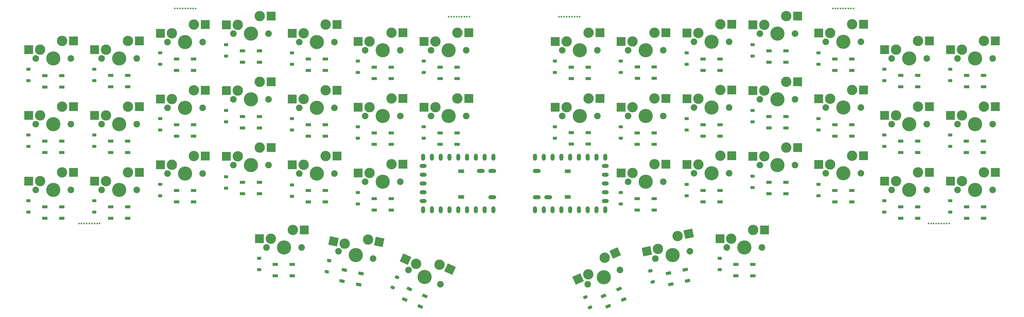
<source format=gbs>
%TF.GenerationSoftware,KiCad,Pcbnew,9.0.0*%
%TF.CreationDate,2025-03-23T14:50:22-06:00*%
%TF.ProjectId,travyboard,74726176-7962-46f6-9172-642e6b696361,rev?*%
%TF.SameCoordinates,Original*%
%TF.FileFunction,Soldermask,Bot*%
%TF.FilePolarity,Negative*%
%FSLAX46Y46*%
G04 Gerber Fmt 4.6, Leading zero omitted, Abs format (unit mm)*
G04 Created by KiCad (PCBNEW 9.0.0) date 2025-03-23 14:50:22*
%MOMM*%
%LPD*%
G01*
G04 APERTURE LIST*
G04 Aperture macros list*
%AMRoundRect*
0 Rectangle with rounded corners*
0 $1 Rounding radius*
0 $2 $3 $4 $5 $6 $7 $8 $9 X,Y pos of 4 corners*
0 Add a 4 corners polygon primitive as box body*
4,1,4,$2,$3,$4,$5,$6,$7,$8,$9,$2,$3,0*
0 Add four circle primitives for the rounded corners*
1,1,$1+$1,$2,$3*
1,1,$1+$1,$4,$5*
1,1,$1+$1,$6,$7*
1,1,$1+$1,$8,$9*
0 Add four rect primitives between the rounded corners*
20,1,$1+$1,$2,$3,$4,$5,0*
20,1,$1+$1,$4,$5,$6,$7,0*
20,1,$1+$1,$6,$7,$8,$9,0*
20,1,$1+$1,$8,$9,$2,$3,0*%
%AMRotRect*
0 Rectangle, with rotation*
0 The origin of the aperture is its center*
0 $1 length*
0 $2 width*
0 $3 Rotation angle, in degrees counterclockwise*
0 Add horizontal line*
21,1,$1,$2,0,0,$3*%
G04 Aperture macros list end*
%ADD10C,1.900000*%
%ADD11C,3.000000*%
%ADD12C,4.100000*%
%ADD13R,2.550000X2.500000*%
%ADD14RotRect,2.550000X2.500000X203.880000*%
%ADD15RotRect,2.550000X2.500000X191.940000*%
%ADD16RotRect,2.550000X2.500000X156.121000*%
%ADD17RotRect,2.550000X2.500000X168.061000*%
%ADD18C,0.500000*%
%ADD19O,1.200000X2.000000*%
%ADD20O,2.000000X1.200000*%
%ADD21RoundRect,0.225000X-0.375000X0.225000X-0.375000X-0.225000X0.375000X-0.225000X0.375000X0.225000X0*%
%ADD22RoundRect,0.225000X-0.413436X0.142549X-0.320337X-0.297715X0.413436X-0.142549X0.320337X0.297715X0*%
%ADD23R,1.500000X0.900000*%
%ADD24O,2.300000X1.150000*%
%ADD25R,1.700000X1.000000*%
%ADD26RoundRect,0.225000X-0.251813X0.357547X-0.433983X-0.053931X0.251813X-0.357547X0.433983X0.053931X0*%
%ADD27RotRect,1.500000X0.900000X156.120000*%
%ADD28RoundRect,0.225000X-0.320337X0.297715X-0.413436X-0.142549X0.320337X-0.297715X0.413436X0.142549X0*%
%ADD29RotRect,1.500000X0.900000X203.880000*%
%ADD30RotRect,1.500000X0.900000X191.940000*%
%ADD31RotRect,1.500000X0.900000X168.060000*%
%ADD32RoundRect,0.225000X-0.433983X0.053931X-0.251813X-0.357547X0.433983X-0.053931X0.251813X0.357547X0*%
G04 APERTURE END LIST*
D10*
%TO.C,SW32*%
X285100794Y-54738831D03*
D11*
X286370794Y-52198831D03*
D12*
X290180794Y-54738831D03*
D11*
X292720794Y-49658831D03*
D10*
X295260794Y-54738831D03*
D13*
X283095794Y-52198831D03*
X296022794Y-49658831D03*
%TD*%
D10*
%TO.C,SW28*%
X208900730Y-52357831D03*
D11*
X210170730Y-49817831D03*
D12*
X213980730Y-52357831D03*
D11*
X216520730Y-47277831D03*
D10*
X219060730Y-52357831D03*
D13*
X206895730Y-49817831D03*
X219822730Y-47277831D03*
%TD*%
D10*
%TO.C,SW26*%
X285100794Y-35688815D03*
D11*
X286370794Y-33148815D03*
D12*
X290180794Y-35688815D03*
D11*
X292720794Y-30608815D03*
D10*
X295260794Y-35688815D03*
D13*
X283095794Y-33148815D03*
X296022794Y-30608815D03*
%TD*%
D10*
%TO.C,SW40*%
X237475778Y-90457847D03*
D11*
X238745778Y-87917847D03*
D12*
X242555778Y-90457847D03*
D11*
X245095778Y-85377847D03*
D10*
X247635778Y-90457847D03*
D13*
X235470778Y-87917847D03*
X248397778Y-85377847D03*
%TD*%
D10*
%TO.C,SW38*%
X285100794Y-73788847D03*
D11*
X286370794Y-71248847D03*
D12*
X290180794Y-73788847D03*
D11*
X292720794Y-68708847D03*
D10*
X295260794Y-73788847D03*
D13*
X283095794Y-71248847D03*
X296022794Y-68708847D03*
%TD*%
D10*
%TO.C,SW29*%
X227950762Y-49975831D03*
D11*
X229220762Y-47435831D03*
D12*
X233030762Y-49975831D03*
D11*
X235570762Y-44895831D03*
D10*
X238110762Y-49975831D03*
D13*
X225945762Y-47435831D03*
X238872762Y-44895831D03*
%TD*%
D10*
%TO.C,SW30*%
X247000762Y-47594831D03*
D11*
X248270762Y-45054831D03*
D12*
X252080762Y-47594831D03*
D11*
X254620762Y-42514831D03*
D10*
X257160762Y-47594831D03*
D13*
X244995762Y-45054831D03*
X257922762Y-42514831D03*
%TD*%
D10*
%TO.C,SW39*%
X304150810Y-73788847D03*
D11*
X305420810Y-71248847D03*
D12*
X309230810Y-73788847D03*
D11*
X311770810Y-68708847D03*
D10*
X314310810Y-73788847D03*
D13*
X302145810Y-71248847D03*
X315072810Y-68708847D03*
%TD*%
D10*
%TO.C,SW42*%
X197244864Y-101158893D03*
D11*
X197377897Y-98322204D03*
D12*
X201889992Y-99102395D03*
D11*
X202156058Y-93429018D03*
D10*
X206535120Y-97045897D03*
D14*
X194383252Y-99647998D03*
X205175392Y-92092294D03*
%TD*%
D10*
%TO.C,SW37*%
X266050778Y-69025847D03*
D11*
X267320778Y-66485847D03*
D12*
X271130778Y-69025847D03*
D11*
X273670778Y-63945847D03*
D10*
X276210778Y-69025847D03*
D13*
X264045778Y-66485847D03*
X276972778Y-63945847D03*
%TD*%
D10*
%TO.C,SW31*%
X266050778Y-49975831D03*
D11*
X267320778Y-47435831D03*
D12*
X271130778Y-49975831D03*
D11*
X273670778Y-44895831D03*
D10*
X276210778Y-49975831D03*
D13*
X264045778Y-47435831D03*
X276972778Y-44895831D03*
%TD*%
D10*
%TO.C,SW35*%
X227950746Y-69025847D03*
D11*
X229220746Y-66485847D03*
D12*
X233030746Y-69025847D03*
D11*
X235570746Y-63945847D03*
D10*
X238110746Y-69025847D03*
D13*
X225945746Y-66485847D03*
X238872746Y-63945847D03*
%TD*%
D10*
%TO.C,SW34*%
X208900730Y-71407847D03*
D11*
X210170730Y-68867847D03*
D12*
X213980730Y-71407847D03*
D11*
X216520730Y-66327847D03*
D10*
X219060730Y-71407847D03*
D13*
X206895730Y-68867847D03*
X219822730Y-66327847D03*
%TD*%
D10*
%TO.C,SW25*%
X266050778Y-30925815D03*
D11*
X267320778Y-28385815D03*
D12*
X271130778Y-30925815D03*
D11*
X273670778Y-25845815D03*
D10*
X276210778Y-30925815D03*
D13*
X264045778Y-28385815D03*
X276972778Y-25845815D03*
%TD*%
D10*
%TO.C,SW41*%
X216800791Y-93704798D03*
D11*
X217517821Y-90957005D03*
D12*
X221770884Y-92653811D03*
D11*
X223204943Y-87158224D03*
D10*
X226740977Y-91602824D03*
D15*
X214313676Y-91634561D03*
X226435504Y-86475082D03*
%TD*%
D10*
%TO.C,SW49*%
X189850730Y-33307815D03*
D11*
X191120730Y-30767815D03*
D12*
X194930730Y-33307815D03*
D11*
X197470730Y-28227815D03*
D10*
X200010730Y-33307815D03*
D13*
X187845730Y-30767815D03*
X200772730Y-28227815D03*
%TD*%
D10*
%TO.C,SW33*%
X304150810Y-54738831D03*
D11*
X305420810Y-52198831D03*
D12*
X309230810Y-54738831D03*
D11*
X311770810Y-49658831D03*
D10*
X314310810Y-54738831D03*
D13*
X302145810Y-52198831D03*
X315072810Y-49658831D03*
%TD*%
D10*
%TO.C,SW50*%
X189850730Y-52357831D03*
D11*
X191120730Y-49817831D03*
D12*
X194930730Y-52357831D03*
D11*
X197470730Y-47277831D03*
D10*
X200010730Y-52357831D03*
D13*
X187845730Y-49817831D03*
X200772730Y-47277831D03*
%TD*%
D10*
%TO.C,SW24*%
X247000762Y-28544815D03*
D11*
X248270762Y-26004815D03*
D12*
X252080762Y-28544815D03*
D11*
X254620762Y-23464815D03*
D10*
X257160762Y-28544815D03*
D13*
X244995762Y-26004815D03*
X257922762Y-23464815D03*
%TD*%
D10*
%TO.C,SW23*%
X227950746Y-30925815D03*
D11*
X229220746Y-28385815D03*
D12*
X233030746Y-30925815D03*
D11*
X235570746Y-25845815D03*
D10*
X238110746Y-30925815D03*
D13*
X225945746Y-28385815D03*
X238872746Y-25845815D03*
%TD*%
D10*
%TO.C,SW36*%
X247000762Y-66644847D03*
D11*
X248270762Y-64104847D03*
D12*
X252080762Y-66644847D03*
D11*
X254620762Y-61564847D03*
D10*
X257160762Y-66644847D03*
D13*
X244995762Y-64104847D03*
X257922762Y-61564847D03*
%TD*%
D10*
%TO.C,SW22*%
X208900730Y-33307815D03*
D11*
X210170730Y-30767815D03*
D12*
X213980730Y-33307815D03*
D11*
X216520730Y-28227815D03*
D10*
X219060730Y-33307815D03*
D13*
X206895730Y-30767815D03*
X219822730Y-28227815D03*
%TD*%
D10*
%TO.C,SW27*%
X304150810Y-35688815D03*
D11*
X305420810Y-33148815D03*
D12*
X309230810Y-35688815D03*
D11*
X311770810Y-30608815D03*
D10*
X314310810Y-35688815D03*
D13*
X302145810Y-33148815D03*
X315072810Y-30608815D03*
%TD*%
D10*
%TO.C,SW17*%
X113823766Y-69029601D03*
D11*
X115093766Y-66489601D03*
D12*
X118903766Y-69029601D03*
D11*
X121443766Y-63949601D03*
D10*
X123983766Y-69029601D03*
D13*
X111818766Y-66489601D03*
X124745766Y-63949601D03*
%TD*%
D10*
%TO.C,SW1*%
X37623734Y-35692073D03*
D11*
X38893734Y-33152073D03*
D12*
X42703734Y-35692073D03*
D11*
X45243734Y-30612073D03*
D10*
X47783734Y-35692073D03*
D13*
X35618734Y-33152073D03*
X48545734Y-30612073D03*
%TD*%
D10*
%TO.C,SW2*%
X56673750Y-35692073D03*
D11*
X57943750Y-33152073D03*
D12*
X61753750Y-35692073D03*
D11*
X64293750Y-30612073D03*
D10*
X66833750Y-35692073D03*
D13*
X54668750Y-33152073D03*
X67595750Y-30612073D03*
%TD*%
D10*
%TO.C,SW13*%
X37623734Y-73792105D03*
D11*
X38893734Y-71252105D03*
D12*
X42703734Y-73792105D03*
D11*
X45243734Y-68712105D03*
D10*
X47783734Y-73792105D03*
D13*
X35618734Y-71252105D03*
X48545734Y-68712105D03*
%TD*%
D10*
%TO.C,SW15*%
X75723766Y-69029601D03*
D11*
X76993766Y-66489601D03*
D12*
X80803766Y-69029601D03*
D11*
X83343766Y-63949601D03*
D10*
X85883766Y-69029601D03*
D13*
X73718766Y-66489601D03*
X86645766Y-63949601D03*
%TD*%
D10*
%TO.C,SW46*%
X151923766Y-52360585D03*
D11*
X153193766Y-49820585D03*
D12*
X157003766Y-52360585D03*
D11*
X159543766Y-47280585D03*
D10*
X162083766Y-52360585D03*
D13*
X149918766Y-49820585D03*
X162845766Y-47280585D03*
%TD*%
D10*
%TO.C,SW19*%
X104298790Y-90460869D03*
D11*
X105568790Y-87920869D03*
D12*
X109378790Y-90460869D03*
D11*
X111918790Y-85380869D03*
D10*
X114458790Y-90460869D03*
D13*
X102293790Y-87920869D03*
X115220790Y-85380869D03*
%TD*%
D10*
%TO.C,SW4*%
X94773750Y-28548073D03*
D11*
X96043750Y-26008073D03*
D12*
X99853750Y-28548073D03*
D11*
X102393750Y-23468073D03*
D10*
X104933750Y-28548073D03*
D13*
X92768750Y-26008073D03*
X105695750Y-23468073D03*
%TD*%
D10*
%TO.C,SW6*%
X132873750Y-33310073D03*
D11*
X134143750Y-30770073D03*
D12*
X137953750Y-33310073D03*
D11*
X140493750Y-28230073D03*
D10*
X143033750Y-33310073D03*
D13*
X130868750Y-30770073D03*
X143795750Y-28230073D03*
%TD*%
D10*
%TO.C,SW5*%
X113823750Y-30929073D03*
D11*
X115093750Y-28389073D03*
D12*
X118903750Y-30929073D03*
D11*
X121443750Y-25849073D03*
D10*
X123983750Y-30929073D03*
D13*
X111818750Y-28389073D03*
X124745750Y-25849073D03*
%TD*%
D10*
%TO.C,SW9*%
X75723766Y-49979585D03*
D11*
X76993766Y-47439585D03*
D12*
X80803766Y-49979585D03*
D11*
X83343766Y-44899585D03*
D10*
X85883766Y-49979585D03*
D13*
X73718766Y-47439585D03*
X86645766Y-44899585D03*
%TD*%
D10*
%TO.C,SW16*%
X94773766Y-66648601D03*
D11*
X96043766Y-64108601D03*
D12*
X99853766Y-66648601D03*
D11*
X102393766Y-61568601D03*
D10*
X104933766Y-66648601D03*
D13*
X92768766Y-64108601D03*
X105695766Y-61568601D03*
%TD*%
D10*
%TO.C,SW7*%
X37623734Y-54742089D03*
D11*
X38893734Y-52202089D03*
D12*
X42703734Y-54742089D03*
D11*
X45243734Y-49662089D03*
D10*
X47783734Y-54742089D03*
D13*
X35618734Y-52202089D03*
X48545734Y-49662089D03*
%TD*%
D10*
%TO.C,SW12*%
X132873766Y-52360585D03*
D11*
X134143766Y-49820585D03*
D12*
X137953766Y-52360585D03*
D11*
X140493766Y-47280585D03*
D10*
X143033766Y-52360585D03*
D13*
X130868766Y-49820585D03*
X143795766Y-47280585D03*
%TD*%
D10*
%TO.C,SW21*%
X145380237Y-97019022D03*
D11*
X147569736Y-95210544D03*
D12*
X150025401Y-99075439D03*
D11*
X154404400Y-95458483D03*
D10*
X154670565Y-101131856D03*
D16*
X144575069Y-93884803D03*
X157423757Y-96795154D03*
%TD*%
D10*
%TO.C,SW14*%
X56673750Y-73792105D03*
D11*
X57943750Y-71252105D03*
D12*
X61753750Y-73792105D03*
D11*
X64293750Y-68712105D03*
D10*
X66833750Y-73792105D03*
D13*
X54668750Y-71252105D03*
X67595750Y-68712105D03*
%TD*%
D10*
%TO.C,SW11*%
X113823766Y-49979585D03*
D11*
X115093766Y-47439585D03*
D12*
X118903766Y-49979585D03*
D11*
X121443766Y-44899585D03*
D10*
X123983766Y-49979585D03*
D13*
X111818766Y-47439585D03*
X124745766Y-44899585D03*
%TD*%
D10*
%TO.C,SW18*%
X132873766Y-71410601D03*
D11*
X134143766Y-68870601D03*
D12*
X137953766Y-71410601D03*
D11*
X140493766Y-66330601D03*
D10*
X143033766Y-71410601D03*
D13*
X130868766Y-68870601D03*
X143795766Y-66330601D03*
%TD*%
D10*
%TO.C,SW10*%
X94773766Y-47598585D03*
D11*
X96043766Y-45058585D03*
D12*
X99853766Y-47598585D03*
D11*
X102393766Y-42518585D03*
D10*
X104933766Y-47598585D03*
D13*
X92768766Y-45058585D03*
X105695766Y-42518585D03*
%TD*%
D10*
%TO.C,SW45*%
X151923750Y-33310073D03*
D11*
X153193750Y-30770073D03*
D12*
X157003750Y-33310073D03*
D11*
X159543750Y-28230073D03*
D10*
X162083750Y-33310073D03*
D13*
X149918750Y-30770073D03*
X162845750Y-28230073D03*
%TD*%
D10*
%TO.C,SW3*%
X75723750Y-30929073D03*
D11*
X76993750Y-28389073D03*
D12*
X80803750Y-30929073D03*
D11*
X83343750Y-25849073D03*
D10*
X85883750Y-30929073D03*
D13*
X73718750Y-28389073D03*
X86645750Y-25849073D03*
%TD*%
D10*
%TO.C,SW8*%
X56673750Y-54742089D03*
D11*
X57943750Y-52202089D03*
D12*
X61753750Y-54742089D03*
D11*
X64293750Y-49662089D03*
D10*
X66833750Y-54742089D03*
D13*
X54668750Y-52202089D03*
X67595750Y-49662089D03*
%TD*%
D10*
%TO.C,SW20*%
X125193573Y-91605932D03*
D11*
X126961551Y-89383602D03*
D12*
X130163684Y-92656833D03*
D11*
X133699640Y-88212172D03*
D10*
X135133795Y-93707734D03*
D17*
X123757394Y-88706102D03*
X136930213Y-88895257D03*
%TD*%
D18*
%TO.C,mouse-bite-5mm-10mm*%
X77864297Y-21194705D03*
X78614297Y-21194705D03*
X79364297Y-21194705D03*
X80104297Y-21194705D03*
X80864297Y-21194705D03*
X81614297Y-21194705D03*
X82374297Y-21194705D03*
X83104297Y-21194705D03*
X83864297Y-21194705D03*
%TD*%
%TO.C,mouse-bite-5mm-10mm*%
X157040793Y-23575953D03*
X157790793Y-23575953D03*
X158540793Y-23575953D03*
X159280793Y-23575953D03*
X160040793Y-23575953D03*
X160790793Y-23575953D03*
X161550793Y-23575953D03*
X162280793Y-23575953D03*
X163040793Y-23575953D03*
%TD*%
%TO.C,mouse-bite-5mm-10mm*%
X188889985Y-23575953D03*
X189639985Y-23575953D03*
X190389985Y-23575953D03*
X191129985Y-23575953D03*
X191889985Y-23575953D03*
X192639985Y-23575953D03*
X193399985Y-23575953D03*
X194129985Y-23575953D03*
X194889985Y-23575953D03*
%TD*%
%TO.C,mouse-bite-5mm-10mm*%
X268066481Y-21194705D03*
X268816481Y-21194705D03*
X269566481Y-21194705D03*
X270306481Y-21194705D03*
X271066481Y-21194705D03*
X271816481Y-21194705D03*
X272576481Y-21194705D03*
X273306481Y-21194705D03*
X274066481Y-21194705D03*
%TD*%
%TO.C,mouse-bite-5mm-10mm*%
X295748489Y-83527305D03*
X296498489Y-83527305D03*
X297238489Y-83517305D03*
X297998489Y-83527305D03*
X298758489Y-83527305D03*
X299498489Y-83527305D03*
X300248489Y-83517305D03*
X300998489Y-83527305D03*
X301748489Y-83527305D03*
%TD*%
%TO.C,mouse-bite-5mm-10mm*%
X50121686Y-83526929D03*
X50871686Y-83526929D03*
X51611686Y-83516929D03*
X52371686Y-83526929D03*
X53131686Y-83526929D03*
X53871686Y-83526929D03*
X54621686Y-83516929D03*
X55371686Y-83526929D03*
X56121686Y-83526929D03*
%TD*%
D19*
%TO.C,U2*%
X181982633Y-64337830D03*
X184522633Y-64337830D03*
X187062633Y-64337830D03*
X189602633Y-64337830D03*
X187062633Y-79577830D03*
X192142633Y-64337830D03*
X194682633Y-64337830D03*
X181982633Y-79577830D03*
X197222633Y-64337830D03*
X199762633Y-64337830D03*
X202302633Y-64337830D03*
D20*
X202302633Y-66877830D03*
X202302633Y-69417830D03*
X202302633Y-71957830D03*
X202302633Y-74497830D03*
X202302633Y-77037830D03*
D19*
X202302633Y-79577830D03*
X199762633Y-79577830D03*
X197222633Y-79577830D03*
X194682633Y-79577830D03*
X192142633Y-79577830D03*
X189602633Y-79577830D03*
X184522633Y-79577830D03*
%TD*%
%TO.C,U1*%
X169966490Y-79548026D03*
X167426490Y-79548026D03*
X164886490Y-79548026D03*
X162346490Y-79548026D03*
X164886490Y-64308026D03*
X159806490Y-79548026D03*
X157266490Y-79548026D03*
X169966490Y-64308026D03*
X154726490Y-79548026D03*
X152186490Y-79548026D03*
X149646490Y-79548026D03*
D20*
X149646490Y-77008026D03*
X149646490Y-74468026D03*
X149646490Y-71928026D03*
X149646490Y-69388026D03*
X149646490Y-66848026D03*
D19*
X149646490Y-64308026D03*
X152186490Y-64308026D03*
X154726490Y-64308026D03*
X157266490Y-64308026D03*
X159806490Y-64308026D03*
X162346490Y-64308026D03*
X167426490Y-64308026D03*
%TD*%
D21*
%TO.C,D26*%
X225860816Y-53156333D03*
X225860816Y-56456333D03*
%TD*%
D22*
%TO.C,D41*%
X215359970Y-97242613D03*
X216042698Y-100471217D03*
%TD*%
D23*
%TO.C,D84*%
X235454572Y-35892256D03*
X235454572Y-39192256D03*
X230554572Y-39192256D03*
X230554572Y-35892256D03*
%TD*%
D21*
%TO.C,D10*%
X92683839Y-50778340D03*
X92683839Y-54078340D03*
%TD*%
D23*
%TO.C,D85*%
X311654636Y-40654760D03*
X311654636Y-43954760D03*
X306754636Y-43954760D03*
X306754636Y-40654760D03*
%TD*%
D24*
%TO.C,J1*%
X169588734Y-75921823D03*
D25*
X160638734Y-68396823D03*
D24*
X166338734Y-68321823D03*
D25*
X160638734Y-75846823D03*
D24*
X169588734Y-68321823D03*
%TD*%
D26*
%TO.C,D39*%
X142142074Y-99090955D03*
X140806160Y-102108459D03*
%TD*%
D21*
%TO.C,D33*%
X244910832Y-69825097D03*
X244910832Y-73125097D03*
%TD*%
D23*
%TO.C,D76*%
X311585888Y-59704776D03*
X311585888Y-63004776D03*
X306685888Y-63004776D03*
X306685888Y-59704776D03*
%TD*%
D21*
%TO.C,D27*%
X244910832Y-50775081D03*
X244910832Y-54075081D03*
%TD*%
D23*
%TO.C,D55*%
X64177563Y-59708035D03*
X64177563Y-63008035D03*
X59277563Y-63008035D03*
X59277563Y-59708035D03*
%TD*%
D21*
%TO.C,D37*%
X102208847Y-93640876D03*
X102208847Y-96940876D03*
%TD*%
%TO.C,D2*%
X54583807Y-38872080D03*
X54583807Y-42172080D03*
%TD*%
D23*
%TO.C,D73*%
X273554604Y-35892256D03*
X273554604Y-39192256D03*
X268654604Y-39192256D03*
X268654604Y-35892256D03*
%TD*%
D21*
%TO.C,D31*%
X206810800Y-74587601D03*
X206810800Y-77887601D03*
%TD*%
%TO.C,D19*%
X206810800Y-36487569D03*
X206810800Y-39787569D03*
%TD*%
D23*
%TO.C,D48*%
X140377627Y-76376799D03*
X140377627Y-79676799D03*
X135477627Y-79676799D03*
X135477627Y-76376799D03*
%TD*%
%TO.C,D88*%
X273554604Y-54942272D03*
X273554604Y-58242272D03*
X268654604Y-58242272D03*
X268654604Y-54942272D03*
%TD*%
D21*
%TO.C,D1*%
X35533791Y-38872080D03*
X35533791Y-42172080D03*
%TD*%
D23*
%TO.C,D51*%
X83227579Y-73995547D03*
X83227579Y-77295547D03*
X78327579Y-77295547D03*
X78327579Y-73995547D03*
%TD*%
D21*
%TO.C,D45*%
X149833887Y-55540843D03*
X149833887Y-58840843D03*
%TD*%
D23*
%TO.C,D75*%
X254504588Y-71611036D03*
X254504588Y-74911036D03*
X249604588Y-74911036D03*
X249604588Y-71611036D03*
%TD*%
%TO.C,D67*%
X45127547Y-40722401D03*
X45127547Y-44022401D03*
X40227547Y-44022401D03*
X40227547Y-40722401D03*
%TD*%
%TO.C,D80*%
X244979580Y-95423556D03*
X244979580Y-98723556D03*
X240079580Y-98723556D03*
X240079580Y-95423556D03*
%TD*%
%TO.C,D69*%
X235454572Y-73992288D03*
X235454572Y-77292288D03*
X230554572Y-77292288D03*
X230554572Y-73992288D03*
%TD*%
%TO.C,D60*%
X159427643Y-57326782D03*
X159427643Y-60626782D03*
X154527643Y-60626782D03*
X154527643Y-57326782D03*
%TD*%
D27*
%TO.C,D43*%
X150122896Y-104535470D03*
X148786982Y-107552974D03*
X144306444Y-105569344D03*
X145642358Y-102551840D03*
%TD*%
D21*
%TO.C,D23*%
X283010864Y-38868821D03*
X283010864Y-42168821D03*
%TD*%
D23*
%TO.C,D62*%
X140377627Y-38276767D03*
X140377627Y-41576767D03*
X135477627Y-41576767D03*
X135477627Y-38276767D03*
%TD*%
D21*
%TO.C,D44*%
X149833887Y-36490828D03*
X149833887Y-39790828D03*
%TD*%
D28*
%TO.C,D38*%
X122489008Y-94296754D03*
X121806280Y-97525358D03*
%TD*%
D21*
%TO.C,D6*%
X130783871Y-36490828D03*
X130783871Y-39790828D03*
%TD*%
D23*
%TO.C,D81*%
X273554604Y-73992288D03*
X273554604Y-77292288D03*
X268654604Y-77292288D03*
X268654604Y-73992288D03*
%TD*%
%TO.C,D53*%
X45127547Y-78758051D03*
X45127547Y-82058051D03*
X40227547Y-82058051D03*
X40227547Y-78758051D03*
%TD*%
%TO.C,D66*%
X64177563Y-40658019D03*
X64177563Y-43958019D03*
X59277563Y-43958019D03*
X59277563Y-40658019D03*
%TD*%
%TO.C,D89*%
X197354540Y-57187585D03*
X197354540Y-60487585D03*
X192454540Y-60487585D03*
X192454540Y-57187585D03*
%TD*%
%TO.C,D63*%
X121327611Y-35895515D03*
X121327611Y-39195515D03*
X116427611Y-39195515D03*
X116427611Y-35895515D03*
%TD*%
D21*
%TO.C,D15*%
X73633823Y-72209608D03*
X73633823Y-75509608D03*
%TD*%
%TO.C,D20*%
X225860816Y-34106317D03*
X225860816Y-37406317D03*
%TD*%
%TO.C,D16*%
X92683839Y-69964295D03*
X92683839Y-73264295D03*
%TD*%
%TO.C,D25*%
X206810800Y-55537585D03*
X206810800Y-58837585D03*
%TD*%
%TO.C,D5*%
X111733855Y-34109576D03*
X111733855Y-37409576D03*
%TD*%
D23*
%TO.C,D87*%
X292604620Y-78754792D03*
X292604620Y-82054792D03*
X287704620Y-82054792D03*
X287704620Y-78754792D03*
%TD*%
D21*
%TO.C,D3*%
X73633823Y-34109576D03*
X73633823Y-37409576D03*
%TD*%
%TO.C,D22*%
X263960848Y-34106317D03*
X263960848Y-37406317D03*
%TD*%
%TO.C,D9*%
X73633823Y-53159592D03*
X73633823Y-56459592D03*
%TD*%
D23*
%TO.C,D56*%
X83227579Y-54945531D03*
X83227579Y-58245531D03*
X78327579Y-58245531D03*
X78327579Y-54945531D03*
%TD*%
D21*
%TO.C,D24*%
X302060880Y-38868821D03*
X302060880Y-42168821D03*
%TD*%
%TO.C,D18*%
X130783871Y-74590860D03*
X130783871Y-77890860D03*
%TD*%
D23*
%TO.C,D71*%
X254504588Y-52561020D03*
X254504588Y-55861020D03*
X249604588Y-55861020D03*
X249604588Y-52561020D03*
%TD*%
D29*
%TO.C,D68*%
X206281557Y-102528783D03*
X207617471Y-105546289D03*
X203136933Y-107529921D03*
X201801019Y-104512415D03*
%TD*%
D21*
%TO.C,D21*%
X244910832Y-31725065D03*
X244910832Y-35025065D03*
%TD*%
D30*
%TO.C,D74*%
X225371196Y-96927573D03*
X226053924Y-100156177D03*
X221259936Y-101169925D03*
X220577208Y-97941321D03*
%TD*%
D23*
%TO.C,D58*%
X121327611Y-54945531D03*
X121327611Y-58245531D03*
X116427611Y-58245531D03*
X116427611Y-54945531D03*
%TD*%
%TO.C,D49*%
X121327611Y-73995547D03*
X121327611Y-77295547D03*
X116427611Y-77295547D03*
X116427611Y-73995547D03*
%TD*%
%TO.C,D83*%
X216404556Y-57323524D03*
X216404556Y-60623524D03*
X211504556Y-60623524D03*
X211504556Y-57323524D03*
%TD*%
D21*
%TO.C,D13*%
X35533791Y-76972112D03*
X35533791Y-80272112D03*
%TD*%
D23*
%TO.C,D47*%
X111802603Y-95426815D03*
X111802603Y-98726815D03*
X106902603Y-98726815D03*
X106902603Y-95426815D03*
%TD*%
D21*
%TO.C,D91*%
X187760800Y-36487569D03*
X187760800Y-39787569D03*
%TD*%
%TO.C,D42*%
X235385824Y-93637617D03*
X235385824Y-96937617D03*
%TD*%
D23*
%TO.C,D57*%
X102277595Y-52564279D03*
X102277595Y-55864279D03*
X97377595Y-55864279D03*
X97377595Y-52564279D03*
%TD*%
%TO.C,D72*%
X197354540Y-38273508D03*
X197354540Y-41573508D03*
X192454540Y-41573508D03*
X192454540Y-38273508D03*
%TD*%
D21*
%TO.C,D12*%
X130783871Y-55540844D03*
X130783871Y-58840844D03*
%TD*%
%TO.C,D7*%
X35533791Y-57922096D03*
X35533791Y-61222096D03*
%TD*%
D24*
%TO.C,J2*%
X182518710Y-68322298D03*
D25*
X191468710Y-75847298D03*
D24*
X185768710Y-75922298D03*
D25*
X191468710Y-68397298D03*
D24*
X182518710Y-75922298D03*
%TD*%
D23*
%TO.C,D52*%
X64177563Y-78758051D03*
X64177563Y-82058051D03*
X59277563Y-82058051D03*
X59277563Y-78758051D03*
%TD*%
%TO.C,D90*%
X254504588Y-33511004D03*
X254504588Y-36811004D03*
X249604588Y-36811004D03*
X249604588Y-33511004D03*
%TD*%
D21*
%TO.C,D34*%
X263960848Y-72206349D03*
X263960848Y-75506349D03*
%TD*%
%TO.C,D11*%
X111733855Y-53159592D03*
X111733855Y-56459592D03*
%TD*%
D31*
%TO.C,D46*%
X131694168Y-98023349D03*
X131011440Y-101251953D03*
X126217452Y-100238205D03*
X126900180Y-97009601D03*
%TD*%
D23*
%TO.C,D79*%
X292604620Y-40654760D03*
X292604620Y-43954760D03*
X287704620Y-43954760D03*
X287704620Y-40654760D03*
%TD*%
%TO.C,D77*%
X235454572Y-54942272D03*
X235454572Y-58242272D03*
X230554572Y-58242272D03*
X230554572Y-54942272D03*
%TD*%
%TO.C,D50*%
X102277595Y-71614295D03*
X102277595Y-74914295D03*
X97377595Y-74914295D03*
X97377595Y-71614295D03*
%TD*%
%TO.C,D65*%
X83227579Y-35895515D03*
X83227579Y-39195515D03*
X78327579Y-39195515D03*
X78327579Y-35895515D03*
%TD*%
%TO.C,D59*%
X140377627Y-57326783D03*
X140377627Y-60626783D03*
X135477627Y-60626783D03*
X135477627Y-57326783D03*
%TD*%
D21*
%TO.C,D32*%
X225860816Y-72206349D03*
X225860816Y-75506349D03*
%TD*%
%TO.C,D4*%
X92683839Y-31728324D03*
X92683839Y-35028324D03*
%TD*%
D32*
%TO.C,D40*%
X196578345Y-104854168D03*
X197914259Y-107871672D03*
%TD*%
D21*
%TO.C,D29*%
X283010864Y-57918837D03*
X283010864Y-61218837D03*
%TD*%
D23*
%TO.C,D64*%
X102277595Y-33514263D03*
X102277595Y-36814263D03*
X97377595Y-36814263D03*
X97377595Y-33514263D03*
%TD*%
%TO.C,D61*%
X159427643Y-38276767D03*
X159427643Y-41576767D03*
X154527643Y-41576767D03*
X154527643Y-38276767D03*
%TD*%
D21*
%TO.C,D30*%
X302060880Y-57918837D03*
X302060880Y-61218837D03*
%TD*%
%TO.C,D14*%
X54583807Y-76972112D03*
X54583807Y-80272112D03*
%TD*%
D23*
%TO.C,D70*%
X311654636Y-78754792D03*
X311654636Y-82054792D03*
X306754636Y-82054792D03*
X306754636Y-78754792D03*
%TD*%
%TO.C,D54*%
X45127547Y-59708035D03*
X45127547Y-63008035D03*
X40227547Y-63008035D03*
X40227547Y-59708035D03*
%TD*%
D21*
%TO.C,D35*%
X283010864Y-76968853D03*
X283010864Y-80268853D03*
%TD*%
D23*
%TO.C,D86*%
X216404556Y-76373540D03*
X216404556Y-79673540D03*
X211504556Y-79673540D03*
X211504556Y-76373540D03*
%TD*%
%TO.C,D82*%
X292604620Y-59704776D03*
X292604620Y-63004776D03*
X287704620Y-63004776D03*
X287704620Y-59704776D03*
%TD*%
D21*
%TO.C,D8*%
X54583807Y-57922096D03*
X54583807Y-61222096D03*
%TD*%
%TO.C,D36*%
X302060880Y-76968853D03*
X302060880Y-80268853D03*
%TD*%
%TO.C,D92*%
X187760800Y-55537585D03*
X187760800Y-58837585D03*
%TD*%
%TO.C,D28*%
X263960848Y-53156333D03*
X263960848Y-56456333D03*
%TD*%
D23*
%TO.C,D78*%
X216473304Y-38137569D03*
X216473304Y-41437569D03*
X211573304Y-41437569D03*
X211573304Y-38137569D03*
%TD*%
D21*
%TO.C,D17*%
X111733855Y-72345547D03*
X111733855Y-75645547D03*
%TD*%
M02*

</source>
